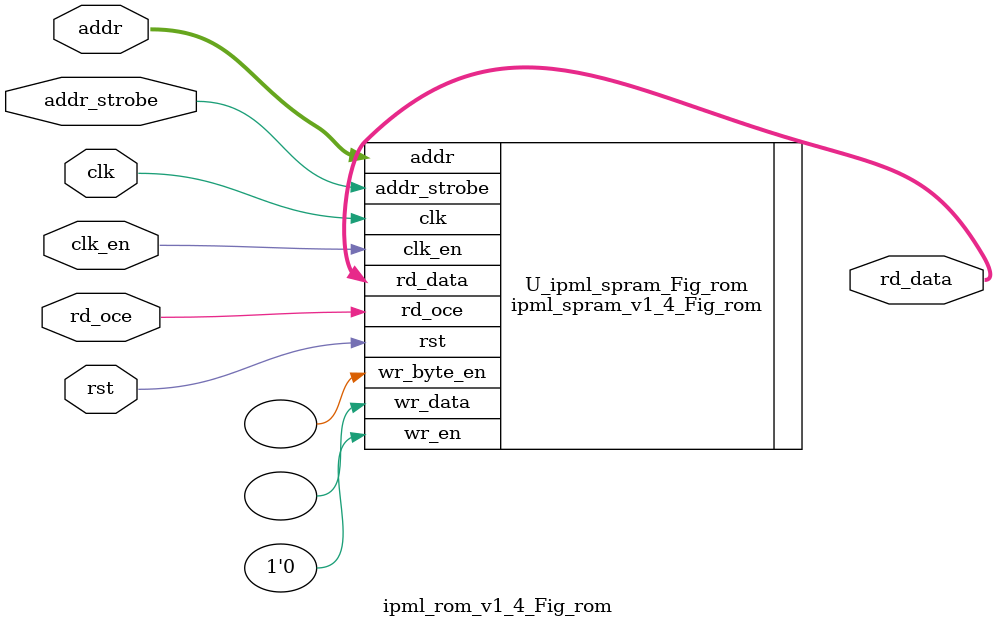
<source format=v>




module ipml_rom_v1_4_Fig_rom
 #(
    parameter  c_SIM_DEVICE     = "LOGOS"      ,
    parameter  c_ADDR_WIDTH     = 10           ,           //write address width  legal value:1~20 
    parameter  c_DATA_WIDTH     = 32           ,           //write data width     legal value:8~1152
    parameter  c_OUTPUT_REG     = 0            ,           //output register      legal value:1~20
    parameter  c_RD_OCE_EN      = 0            ,
    parameter  c_CLK_EN         = 0            ,
    parameter  c_ADDR_STROBE_EN = 0            ,
    parameter  c_RESET_TYPE     = "ASYNC_RESET",           //ASYNC_RESET_SYNC_RELEASE SYNC_RESET legal valve "ASYNC_RESET_SYNC_RELEASE" "SYNC_RESET" "ASYNC_RESET"
    parameter  c_POWER_OPT      = 0            ,           //0 :normal mode  1:low power mode legal value:0 or 1
    parameter  c_CLK_OR_POL_INV = 0            ,           //clk polarity invert for output register   legal value 1 or 0           
    parameter  c_INIT_FILE      = "NONE"       ,           //legal value:"NONE" or "initial file name"
    parameter  c_INIT_FORMAT    = "BIN"                   //initial data format   legal valve: "bin" or "hex"
    
 )
  (
   
    input  wire [c_ADDR_WIDTH-1 : 0]  addr        ,
    output wire [c_DATA_WIDTH-1 : 0]  rd_data     ,
    input  wire                       clk         ,
    input  wire                       clk_en      ,
    input  wire                       addr_strobe ,
    input  wire                       rst         ,
    input  wire                       rd_oce       
  );

//**********************************************************************************************************************************************   
    
//main code
//*************************************************************************************************************************************
//inner variables

ipml_spram_v1_4_Fig_rom
 #(
    .c_SIM_DEVICE     (c_SIM_DEVICE),
    .c_ADDR_WIDTH     (c_ADDR_WIDTH),           //write address width  legal value:1~20                              
    .c_DATA_WIDTH     (c_DATA_WIDTH),           //write data width     legal value:8~1152                            
    .c_OUTPUT_REG     (c_OUTPUT_REG),           //output register      legal value:1~20                              
    .c_RD_OCE_EN      (c_RD_OCE_EN),
    .c_ADDR_STROBE_EN (c_ADDR_STROBE_EN),
    .c_CLK_EN         (c_CLK_EN),
    .c_RESET_TYPE     (c_RESET_TYPE),           //legal valve "ASYNC_RESET_SYNC_RELEASE" "SYNC_RESET" "ASYNC_RESET"  
    .c_POWER_OPT      (c_POWER_OPT),            //0 :normal mode  1:low power mode legal value:0 or 1                 
    .c_CLK_OR_POL_INV (c_CLK_OR_POL_INV),       //clk polarity invert for output register legal value 1 or 0         
    .c_INIT_FILE      (c_INIT_FILE),            //legal value:"NONE" or "initial file name"                          
    .c_INIT_FORMAT    (c_INIT_FORMAT),          //initial data format   legal valve: "bin" or "hex"                  
    .c_WR_BYTE_EN     (0),                      //byte write enable    legal value: 0 or 1                            
    .c_BE_WIDTH       (8),                      //byte width legal value: 1~128
    .c_RAM_MODE       ("ROM"),
    .c_WRITE_MODE     ("NORMAL_WRITE")          //global reset enable  legal value 0 or 1                            
 )  U_ipml_spram_Fig_rom                       //"NORMAL_WRITE"; // TRANSPARENT_WRITE READ_BEFORE_WRITE             
  (
   
    .addr        (addr),
    .wr_data     (),
    .rd_data     (rd_data),
    .wr_en       (1'b0),
    .clk         (clk),
    .clk_en      (clk_en),
    .addr_strobe (addr_strobe),
    .rst         (rst),
    .wr_byte_en  (),
    .rd_oce      (rd_oce) 
  );
 

endmodule


</source>
